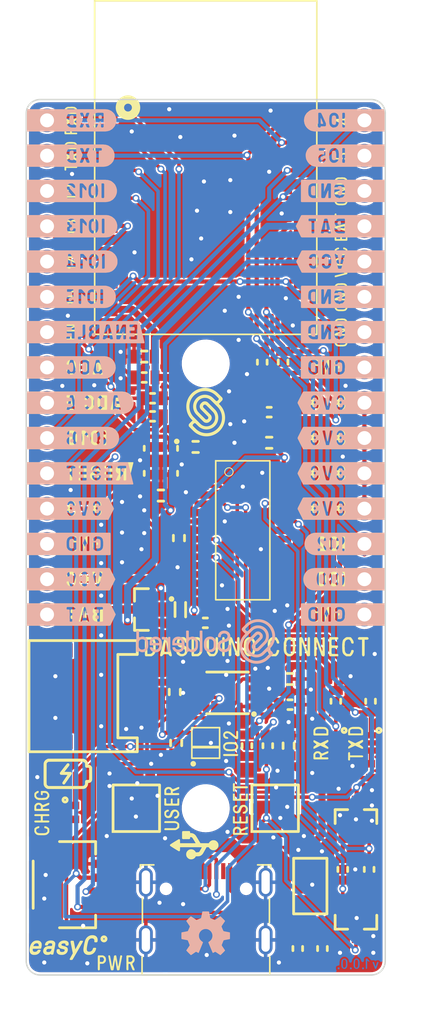
<source format=kicad_pcb>
(kicad_pcb (version 20210126) (generator pcbnew)
  (layers (0 "F.Cu" mixed) (31 "B.Cu" signal) (34 "B.Paste" user) (35 "F.Paste" user) (36 "B.SilkS" user "B.Silkscreen") (37 "F.SilkS" user "F.Silkscreen") (38 "B.Mask" user) (39 "F.Mask" user) (44 "Edge.Cuts" user))
  (net 0 "")
  (net 1 "+3V3")
  (net 2 "GND")
  (net 3 "RESET")
  (net 4 "VUSB")
  (net 5 "VCC")
  (net 6 "VBAT")
  (net 7 "TXD0")
  (net 8 "Net-(D1-Pad1)")
  (net 9 "RXD0")
  (net 10 "Net-(D2-Pad1)")
  (net 11 "Net-(D3-Pad1)")
  (net 12 "IO16")
  (net 14 "Net-(F1-Pad2)")
  (net 15 "D-")
  (net 16 "D+")
  (net 17 "SDA")
  (net 18 "SCL")
  (net 19 "SPI_MISO")
  (net 20 "SPI_MOSI")
  (net 21 "SPI_SCK")
  (net 22 "SPI_CS")
  (net 23 "ADC")
  (net 24 "ADC_E")
  (net 25 "CH_PD")
  (net 26 "Net-(Q2-Pad1)")
  (net 27 "Net-(Q3-Pad1)")
  (net 28 "IO2")
  (net 29 "RTS")
  (net 30 "IO0")
  (net 31 "DTR")
  (net 32 "Net-(C2-Pad1)")
  (net 33 "Net-(D5-Pad2)")
  (net 34 "Net-(K2-PadA5)")
  (net 36 "Net-(K2-PadB5)")
  (net 43 "Net-(R1-Pad1)")
  (net 44 "Net-(R2-Pad1)")
  (net 45 "Net-(R11-Pad1)")
  (net 46 "Net-(R12-Pad1)")
  (net 48 "Net-(D4-Pad3)")
  (footprint "buzzardLabel" (layer "F.Cu") (at 64.1 116.44)
    (fp_text reference "")
    (fp_text value "")
  )
  (footprint "buzzardLabel" (layer "F.Cu") (at 67.7 91.04 90)
    (fp_text reference "")
    (fp_text value "")
  )
  (footprint "buzzardLabel" (layer "F.Cu") (at 64.1 106.28)
    (fp_text reference "")
    (fp_text value "")
  )
  (footprint "buzzardLabel" (layer "F.Cu") (at 90.76 106.28)
    (fp_text reference "")
    (fp_text value "")
  )
  (footprint "e-radionica.com footprinti:0603R" (layer "F.Cu") (at 89.3 130.3 -90)
    (fp_text reference "R2")
    (fp_text value "1k")
  )
  (footprint "buzzardLabel" (layer "F.Cu") (at 79.2 133.3 90)
    (fp_text reference "")
    (fp_text value "")
  )
  (footprint "e-radionica.com footprinti:0402R" (layer "F.Cu") (at 89.3 135.3 -90)
    (fp_text reference "R3")
    (fp_text value "0R")
  )
  (footprint "buzzardLabel" (layer "F.Cu") (at 67.7 96.12 90)
    (fp_text reference "")
    (fp_text value "")
  )
  (footprint "e-radionica.com footprinti:0603R" (layer "F.Cu") (at 73.6 109.8)
    (fp_text reference "R9")
    (fp_text value "10k")
  )
  (footprint "buzzardLabel" (layer "F.Cu") (at 67.7 98.66 90)
    (fp_text reference "")
    (fp_text value "")
  )
  (footprint "e-radionica.com footprinti:1206FUSE" (layer "F.Cu") (at 84.96 143.6 -90)
    (fp_text reference "F1")
    (fp_text value "1206FUSE-500mA")
  )
  (footprint "e-radionica.com footprinti:0603C" (layer "F.Cu") (at 82 111.7)
    (fp_text reference "C1")
    (fp_text value "0.1uF")
  )
  (footprint "Soldered Graphics:Logo-Front-easyC-5mm" (layer "F.Cu") (at 67.2 148)
    (fp_text reference "G***" hide)
    (fp_text value "LOGO" hide)
  )
  (footprint "e-radionica.com footprinti:0603R" (layer "F.Cu") (at 81.9 133.5 90)
    (fp_text reference "R10")
    (fp_text value "10k")
  )
  (footprint "e-radionica.com footprinti:0603C" (layer "F.Cu") (at 76.7 112 180)
    (fp_text reference "C5")
    (fp_text value "2.2uF")
  )
  (footprint "e-radionica.com footprinti:0603R" (layer "F.Cu") (at 86.8 130.3 -90)
    (fp_text reference "R1")
    (fp_text value "1k")
  )
  (footprint "e-radionica.com footprinti:0402LED" (layer "F.Cu") (at 86.8 133.3 90)
    (fp_text reference "D2")
    (fp_text value "orange")
  )
  (footprint "e-radionica.com footprinti:0402R" (layer "F.Cu") (at 86.8 135.3 -90)
    (fp_text reference "R4")
    (fp_text value "0R")
  )
  (footprint "buzzardLabel" (layer "F.Cu") (at 90.76 118.98)
    (fp_text reference "")
    (fp_text value "")
  )
  (footprint "buzzardLabel" (layer "F.Cu") (at 90.76 113.9)
    (fp_text reference "")
    (fp_text value "")
  )
  (footprint "e-radionica.com footprinti:HEADER_MALE_15X1" (layer "F.Cu") (at 88.86 106.28 90)
    (fp_text reference "K5")
    (fp_text value "HEADER_MALE_15X1")
  )
  (footprint "e-radionica.com footprinti:0603R" (layer "F.Cu") (at 73.6 108.5 180)
    (fp_text reference "R15")
    (fp_text value "2.5k")
  )
  (footprint "e-radionica.com footprinti:0603R" (layer "F.Cu") (at 73 107)
    (fp_text reference "R17")
    (fp_text value "0603R")
  )
  (footprint "e-radionica.com footprinti:FIDUCIAL_1MM_PASTE" (layer "F.Cu") (at 74.5 149)
    (fp_text reference "FD1")
    (fp_text value "Fiducial_Stencil")
  )
  (footprint "e-radionica.com footprinti:0603R" (layer "F.Cu") (at 85.836 148.095 -90)
    (fp_text reference "R7")
    (fp_text value "5.1k")
  )
  (footprint "e-radionica.com footprinti:TPS7A2633DRVR" (layer "F.Cu") (at 74.2 113 -90)
    (fp_text reference "U2")
    (fp_text value "TPS7A2633DRVR")
  )
  (footprint "e-radionica.com footprinti:WS2812B-2020" (layer "F.Cu") (at 77.43 133.3 -90)
    (fp_text reference "D4")
    (fp_text value "WS2812B-2020")
  )
  (footprint "buzzardLabel" (layer "F.Cu") (at 87.16 88.5 90)
    (fp_text reference "")
    (fp_text value "")
  )
  (footprint "Soldered Graphics:Logo-Back-SolderedFULL-10mm" (layer "F.Cu") (at 77.43 126)
    (fp_text reference "G***" hide)
    (fp_text value "LOGO" hide)
  )
  (footprint "buzzardLabel" (layer "F.Cu") (at 81.1 126.4)
    (fp_text reference "")
    (fp_text value "")
  )
  (footprint "buzzardLabel" (layer "F.Cu") (at 90.76 121.52)
    (fp_text reference "")
    (fp_text value "")
  )
  (footprint "e-radionica.com footprinti:SOT-23-3" (layer "F.Cu") (at 88.25 146 -90)
    (fp_text reference "Q2")
    (fp_text value "NPN-SOT-23-3")
  )
  (footprint "e-radionica.com footprinti:0402R" (layer "F.Cu") (at 68 138.3 -90)
    (fp_text reference "R12")
    (fp_text value "0R")
  )
  (footprint "buzzardLabel" (layer "F.Cu") (at 90.76 111.36)
    (fp_text reference "")
    (fp_text value "")
  )
  (footprint "e-radionica.com footprinti:0402LED" (layer "F.Cu") (at 71 148 180)
    (fp_text reference "D3")
    (fp_text value "purple")
  )
  (footprint "buzzardLabel" (layer "F.Cu") (at 79.9 138 90)
    (fp_text reference "")
    (fp_text value "")
  )
  (footprint "e-radionica.com footprinti:HEADER_MALE_15X1" (layer "F.Cu") (at 66 106.28 90)
    (fp_text reference "K4")
    (fp_text value "HEADER_MALE_15X1")
  )
  (footprint "e-radionica.com footprinti:0603R" (layer "F.Cu") (at 84.058 148.095 -90)
    (fp_text reference "R8")
    (fp_text value "5.1k")
  )
  (footprint "buzzardLabel" (layer "F.Cu") (at 87.16 101.2 90)
    (fp_text reference "")
    (fp_text value "")
  )
  (footprint "buzzardLabel" (layer "F.Cu") (at 87.16 91.04 90)
    (fp_text reference "")
    (fp_text value "")
  )
  (footprint "e-radionica.com footprinti:SOP-16" (layer "F.Cu") (at 80.1 118)
    (fp_text reference "U1")
    (fp_text value "CH340C")
  )
  (footprint "buzzardLabel" (layer "F.Cu") (at 87.16 96.12 90)
    (fp_text reference "")
    (fp_text value "")
  )
  (footprint "e-radionica.com footprinti:easyC-connector" (layer "F.Cu") (at 67.8 143.5 90)
    (fp_text reference "K1")
    (fp_text value "easyC-SMD")
  )
  (footprint "e-radionica.com footprinti:0402LED" (layer "F.Cu") (at 89.3 133.3 90)
    (fp_text reference "D1")
    (fp_text value "blue")
  )
  (footprint "e-radionica.com footprinti:SOT-23-3" (layer "F.Cu") (at 73 123.7 180)
    (fp_text reference "Q1")
    (fp_text value "PMOS-SOT-23-3")
  )
  (footprint "buzzardLabel" (layer "F.Cu") (at 67.7 101.2 90)
    (fp_text reference "")
    (fp_text value "")
  )
  (footprint "e-radionica.com footprinti:0603C" (layer "F.Cu") (at 74.2 115.5)
    (fp_text reference "C3")
    (fp_text value "2.2uF")
  )
  (footprint "buzzardLabel" (layer "F.Cu") (at 87.16 98.66 90)
    (fp_text reference "")
    (fp_text value "")
  )
  (footprint "buzzardLabel" (layer "F.Cu") (at 67.7 103.74 90)
    (fp_text reference "")
    (fp_text value "")
  )
  (footprint "e-radionica.com footprinti:0603R" (layer "F.Cu") (at 77.4 124.66 180)
    (fp_text reference "R14")
    (fp_text value "100k")
  )
  (footprint "buzzardLabel" (layer "F.Cu") (at 64.1 124.06)
    (fp_text reference "")
    (fp_text value "")
  )
  (footprint "buzzardLabel" (layer "F.Cu") (at 65.6 138.3 90)
    (fp_text reference "")
    (fp_text value "")
  )
  (footprint "e-radionica.com footprinti:0603R" (layer "F.Cu") (at 81.5 105.9 -90)
    (fp_text reference "R18")
    (fp_text value "0603R")
  )
  (footprint "buzzardLabel" (layer "F.Cu") (at 74.96 138 90)
    (fp_text reference "")
    (fp_text value "")
  )
  (footprint "buzzardLabel" (layer "F.Cu") (at 85.7 133.3 90)
    (fp_text reference "")
    (fp_text value "")
  )
  (footprint "e-radionica.com footprinti:0603R" (layer "F.Cu") (at 82 109.5)
    (fp_text reference "R19")
    (fp_text value "0603R")
  )
  (footprint "Soldered Graphics:Logo-Back-OSH-3.5mm" (layer "F.Cu") (at 77.43 147)
    (fp_text reference "G***" hide)
    (fp_text value "LOGO" hide)
  )
  (footprint "buzzardLabel" (layer "F.Cu") (at 67.7 93.58 90)
    (fp_text reference "")
    (fp_text value "")
  )
  (footprint "e-radionica.com footprinti:0402LED" (layer "F.Cu") (at 66.7 138.3 90)
    (fp_text reference "D5")
    (fp_text value "red")
  )
  (footprint "e-radionica.com footprinti:0603C" (layer "F.Cu") (at 75.5 118.56 -90)
    (fp_text reference "C2")
    (fp_text value "0.1uF")
  )
  (footprint "buzzardLabel" (layer "F.Cu") (at 64.1 118.98)
    (fp_text reference "")
    (fp_text value "")
  )
  (footprint "buzzardLabel" (layer "F.Cu") (at 67.7 88.5 90)
    (fp_text reference "")
    (fp_text value "")
  )
  (footprint "e-radionica.com footprinti:0603R" (layer "F.Cu") (at 89.2 142.4 -90)
    (fp_text reference "R20")
    (fp_text value "0603R")
  )
  (footprint "buzzardLabel" (layer "F.Cu") (at 90.76 116.44)
    (fp_text reference "")
    (fp_text value "")
  )
  (footprint "e-radionica.com footprinti:0603R" (layer "F.Cu") (at 87.3 142.4 90)
    (fp_text reference "R21")
    (fp_text value "0603R")
  )
  (footprint "e-radionica.com footprinti:YTSA007A0151803B" (layer "F.Cu") (at 72.43 138 90)
    (fp_text reference "SW1")
    (fp_text value "YTSA007A0151803B")
  )
  (footprint "e-radionica.com footprinti:HOLE_3.2mm" (layer "F.Cu") (at 77.43 138)
    (fp_text reference "H1" hide)
    (fp_text value "HOLE_3.2mm" hide)
  )
  (footprint "e-radionica.com footprinti:0603C" (layer "F.Cu") (at 75.2 129.634 90)
    (fp_text reference "C7")
    (fp_text value "2.2uF")
  )
  (footprint "buzzardLabel" (layer "F.Cu") (at 90.76 124.06)
    (fp_text reference "")
    (fp_text value "")
  )
  (footprint "buzzardLabel" (layer "F.Cu") (at 87.16 93.58 90)
    (fp_text reference "")
    (fp_text value "")
  )
  (footprint "e-radionica.com footprinti:0603C" (layer "F.Cu") (at 83.4 133.5 -90)
    (fp_text reference "C6")
    (fp_text value "270pF")
  )
  (footprint "e-radionica.com footprinti:JST-2pin-SMD" (layer "F.Cu") (at 69.5 129.934 90)
    (fp_text reference "K3")
    (fp_text value "JST-2pin-SMD")
  )
  (footprint "e-radionica.com footprinti:0603R" (layer "F.Cu") (at 83 105.9 -90)
    (fp_text reference "R16")
    (fp_text value "0603R")
  )
  (footprint "Soldered Graphics:Symbol-Front-USB" (layer "F.Cu") (at 76.6 140.66 90)
    (fp_text reference "G***" hide)
    (fp_text value "LOGO" hide)
  )
  (footprint "Soldered Graphics:Logo-Front-Soldered-3.5mm" (layer "F.Cu") (at 77.43 109.5)
    (fp_text reference "G***" hide)
    (fp_text value "LOGO" hide)
  )
  (footprint "e-radionica.com footprinti:0603R" (layer "F.Cu") (at 80.4 133.5 -90)
    (fp_text reference "R5")
    (fp_text value "1k")
  )
  (footprint "buzzardLabel" (layer "F.Cu") (at 71 149.1)
    (fp_text reference "")
    (fp_text value "")
  )
  (footprint "e-radionica.com footprinti:0603C" (layer "F.Cu") (at 83.5 128.7 180)
    (fp_text reference "C8")
    (fp_text value "2.2uF")
  )
  (footprint "Soldered Graphics:Symbol-Front-Battery" (layer "F.Cu") (at 67.5 135.6)
    (fp_text reference "G***" hide)
    (fp_text value "LOGO" hide)
  )
  (footprint "e-radionica.com footprinti:TP4056M-MSOP8" (layer "F.Cu") (at 79 129.7 180)
    (fp_text reference "U3")
    (fp_text value "TP4056M")
  )
  (footprint "e-radionica.com footprinti:0603R" (layer "F.Cu") (at 83.5 130.55)
    (fp_text reference "R11")
    (fp_text value "3k")
  )
  (footprint "e-radionica.com footprinti:YTSA007A0151803B" (layer "F.Cu") (at 82.43 138 90)
    (fp_text reference "SW2")
    (fp_text value "YTSA007A0151803B")
  )
  (footprint "e-radionica.com footprinti:0603C" (layer "F.Cu") (at 75.3 133.3 -90)
    (fp_text reference "C4")
    (fp_text value "1uF")
  )
  (footprint "e-radionica.com footprinti:0402R" (layer "F.Cu") (at 71 146.7)
    (fp_text reference "R6")
    (fp_text value "0R")
  )
  (footprint "e-radionica.com footprinti:SOD-323" (layer "F.Cu") (at 75.6 123.7 90)
    (fp_text reference "D7")
    (fp_text value "BAT20J")
  )
  (footprint "e-radionica.com footprinti:0603C" (layer "F.Cu") (at 73 105.5)
    (fp_text reference "C9")
    (fp_text value "100nF")
  )
  (footprint "buzzardLabel" (layer "F.Cu") (at 64.1 108.82)
    (fp_text reference "")
    (fp_text value "")
  )
  (footprint "buzzardLabel" (layer "F.Cu") (at 87.16 103.74 90)
    (fp_text reference "")
    (fp_text value "")
  )
  (footprint "e-radionica.com footprinti:ESP 8266(ESP12-F)" (layer "F.Cu") (at 77.43 88.1)
    (fp_text reference "U4")
    (fp_text value "ESP8266(ESP12-F)")
  )
  (footprint "buzzardLabel" (layer "F.Cu") (at 88.2 133.3 90)
    (fp_text reference "")
    (fp_text value "")
  )
  (footprint "buzzardLabel" (layer "F.Cu") (at 64.1 111.36)
    (fp_text reference "")
    (fp_text value "")
  )
  (footprint "e-radionica.com footprinti:SOT-23-3" (layer "F.Cu") (at 88.25 138.8 90)
    (fp_text reference "Q3")
    (fp_text value "NPN-SOT-23-3")
  )
  (footprint "buzzardLabel" (layer "F.Cu") (at 64.1 121.52)
    (fp_text reference "")
    (fp_text value "")
  )
  (footprint "e-radionica.com footprinti:HOLE_3.2mm" (layer "F.Cu") (at 77.43 106)
    (fp_text reference "H2" hide)
    (fp_text value "HOLE_3.2mm" hide)
  )
  (footprint "buzzardLabel" (layer "F.Cu") (at 64.1 113.9)
    (fp_text reference "")
    (fp_text value "")
  )
  (footprint "e-radionica.com footprinti:U262-161N-4BVC11" (layer "F.Cu") (at 77.43 145)
    (fp_text reference "K2")
    (fp_text value "U262-161N-4BVC11")
  )
  (footprint "buzzardLabel" (layer "F.Cu") (at 90.76 108.82)
    (fp_text reference "")
    (fp_text value "")
  )
  (footprint "buzzardLabel" (layer "B.Cu") (at 64.1 121.52 180)
    (fp_text reference "")
    (fp_text value "")
  )
  (footprint "buzzardLabel" (layer "B.Cu") (at 90.76 98.66 180)
    (fp_text reference "")
    (fp_text value "")
  )
  (footprint "buzzardLabel" (layer "B.Cu") (at 64.1 98.66 180)
    (fp_text reference "")
    (fp_text value "")
  )
  (footprint "Soldered Graphics:Version1.0.0." (layer "B.Cu") (at 88.36 149.2 180)
    (fp_text reference "")
    (fp_text value "")
  )
  (footprint "buzzardLabel" (layer "B.Cu") (at 64.1 88.5 180)
    (fp_text reference "")
    (fp_text value "")
  )
  (footprint "buzzardLabel" (layer "B.Cu") (at 90.76 113.9 180)
    (fp_text reference "")
    (fp_text value "")
  )
  (footprint "buzzardLabel" (layer "B.Cu") (at 90.76 88.5 180)
    (fp_text reference "")
    (fp_text value "")
  )
  (footprint "buzzardLabel" (layer "B.Cu") (at 64.1 113.9 180)
    (fp_text reference "")
    (fp_text value "")
  )
  (footprint "buzzardLabel" (layer "B.Cu") (at 90.76 121.52 180)
    (fp_text reference "")
    (fp_text value "")
  )
  (footprint "buzzardLabel" (layer "B.Cu") (at 64.1 111.36 180)
    (fp_text reference "")
    (fp_text value "")
  )
  (footprint "buzzardLabel" (layer "B.Cu") (at 90.76 116.44 180)
    (fp_text reference "")
    (fp_text value "")
  )
  (footprint "buzzardLabel" (layer "B.Cu") (at 64.1 101.2 180)
    (fp_text reference "")
    (fp_text value "")
  )
  (footprint "buzzardLabel" (layer "B.Cu") (at 64.1 96.12 180)
    (fp_text reference "")
    (fp_text value "")
  )
  (footprint "buzzardLabel" (layer "B.Cu") (at 90.76 96.12 180)
    (fp_text reference "")
    (fp_text value "")
  )
  (footprint "buzzardLabel" (layer "B.Cu") (at 64.1 91.04 180)
    (fp_text reference "")
    (fp_text value "")
  )
  (footprint "buzzardLabel" (layer "B.Cu") (at 90.76 101.2 180)
    (fp_text reference "")
    (fp_text value "")
  )
  (footprint "buzzardLabel" (layer "B.Cu") (at 64.1 124.06 180)
    (fp_text reference "")
    (fp_text value "")
  )
  (footprint "buzzardLabel" (layer "B.Cu") (at 90.76 93.58 180)
    (fp_text reference "")
    (fp_text value "")
  )
  (footprint "buzzardLabel" (layer "B.Cu") (at 64.1 103.74 180)
    (fp_text reference "")
    (fp_text value "")
  )
  (footprint "buzzardLabel" (layer "B.Cu") (at 90.76 118.98 180)
    (fp_text reference "")
    (fp_text value "")
  )
  (footprint "buzzardLabel" (layer "B.Cu") (at 64.1 118.98 180)
    (fp_text reference "")
    (fp_text value "")
  )
  (footprint "buzzardLabel" (layer "B.Cu") (at 64.1 108.82 180)
    (fp_text reference "")
    (fp_text value "")
  )
  (footprint "buzzardLabel" (layer "B.Cu") (at 90.76 108.82 180)
    (fp_text reference "")
    (fp_text value "")
  )
  (footprint "buzzardLabel" (layer "B.Cu") (at 90.76 103.74 180)
    (fp_text reference "")
    (fp_text value "")
  )
  (footprint "buzzardLabel" (layer "B.Cu") (at 90.76 111.36 180)
    (fp_text reference "")
    (fp_text value "")
  )
  (footprint "buzzardLabel" (layer "B.Cu") (at 90.76 91.04 180)
    (fp_text reference "")
    (fp_text value "")
  )
  (footprint "buzzardLabel" (layer "B.Cu") (at 64.1 93.58 180)
    (fp_text reference "")
    (fp_text value "")
  )
  (footprint "buzzardLabel" (layer "B.Cu") (at 64.1 106.28 180)
    (fp_text reference "")
    (fp_text value "")
  )
  (footprint "buzzardLabel" (layer "B.Cu") (at 90.76 124.06 180)
    (fp_text reference "")
    (fp_text value "")
  )
  (footprint "buzzardLabel" (layer "B.Cu") (at 90.76 106.28 180)
    (fp_text reference "")
    (fp_text value "")
  )
  (footprint "buzzardLabel" (layer "B.Cu") (at 64.1 116.44 180)
    (fp_text reference "")
    (fp_text value "")
  )
  (gr_arc (start 89.36 88) (end 89.36 87) (angle 90) (layer "Edge.Cuts") (width 0.1))
  (gr_arc (start 89.36 149) (end 89.36 150) (angle -90) (layer "Edge.Cuts") (width 0.1))
  (gr_line (start 64.5 88) (end 64.5 149) (layer "Edge.Cuts") (width 0.1))
  (gr_line (start 90.36 149) (end 90.36 88) (layer "Edge.Cuts") (width 0.1))
  (gr_line (start 89.36 87) (end 65.5 87) (layer "Edge.Cuts") (width 0.1))
  (gr_line (start 65.5 150) (end 89.36 150) (layer "Edge.Cuts") (width 0.1))
  (gr_arc (start 65.5 149) (end 65.5 150) (angle 90) (layer "Edge.Cuts") (width 0.1))
  (gr_arc (start 65.5 88) (end 64.5 88) (angle 90) (layer "Edge.Cuts") (width 0.1))
  (gr_text "" (at 90.76 106.28 180) (layer "B.SilkS") (effects (font (size 1.27 1.27)) (justify mirror)))
  (gr_text "" (at 90.76 103.74 180) (layer "B.SilkS") (effects (font (size 1.27 1.27)) (justify mirror)))
  (gr_text "" (at 90.76 101.2 180) (layer "B.SilkS") (effects (font (size 1.27 1.27)) (justify mirror)))
  (gr_text "" (at 90.76 106.28 180) (layer "B.SilkS") (effects (font (size 1.27 1.27)) (justify mirror)))
  (gr_text "" (at 90.76 103.74 180) (layer "B.SilkS") (effects (font (size 1.27 1.27)) (justify mirror)))
  (gr_text "" (at 90.76 101.2 180) (layer "B.SilkS") (effects (font (size 1.27 1.27)) (justify mirror)))
  (segment (start 76.6 110.06) (end 75.9 110.76) (width 0.3) (layer "F.Cu") (net 1))
  (segment (start 81.5 106.675) (end 81.5 106.76) (width 0.3) (layer "F.Cu") (net 1))
  (segment (start 73.775 105.545) (end 73.73 105.5) (width 0.5) (layer "F.Cu") (net 1))
  (segment (start 69.95 143) (end 68.4 143) (width 0.3) (layer "F.Cu") (net 1))
  (segment (start 66 116.44) (end 69.82 116.44) (width 0.3) (layer "F.Cu") (net 1))
  (segment (start 74.85 112.005) (end 75.965 112.005) (width 0.5) (layer "F.Cu") (net 1))
  (segment (start 73.775 107) (end 74.74 107) (width 0.5) (layer "F.Cu") (net 1))
  (segment (start 75.965 112.005) (end 75.97 112) (width 0.3) (layer "F.Cu") (net 1))
  (segment (start 78.2 110.06) (end 76.6 110.06) (width 0.3) (layer "F.Cu") (net 1))
  (segment (start 74.855 112) (end 74.85 112.005) (width 0.5) (layer "F.Cu") (net 1))
  (segment (start 81.9 132.725) (end 81.9 132.2) (width 0.254) (layer "F.Cu") (net 1))
  (segment (start 88.86 113.9) (end 88.86 116.44) (width 0.3) (layer "F.Cu") (net 1))
  (segment (start 72.14 102.1) (end 69.83 102.1) (width 0.5) (layer "F.Cu") (net 1))
  (segment (start 83 106.675) (end 84.6 106.675) (width 0.3) (layer "F.Cu") (net 1))
  (segment (start 72.1 112.36) (end 73.2 111.26) (width 0.3) (layer "F.Cu") (net 1))
  (segment (start 68.4 143) (end 68.1 142.7) (width 0.3) (layer "F.Cu") (net 1))
  (segment (start 72.1 114.16) (end 72.1 112.36) (width 0.3) (layer "F.Cu") (net 1))
  (segment (start 81.5 106.76) (end 78.2 110.06) (width 0.3) (layer "F.Cu") (net 1))
  (segment (start 73.775 107) (end 73.775 105.545) (width 0.5) (layer "F.Cu") (net 1))
  (segment (start 73.2 111.26) (end 74.6 111.26) (width 0.3) (layer "F.Cu") (net 1))
  (segment (start 75.9 111.93) (end 75.97 112) (width 0.5) (layer "F.Cu") (net 1))
  (segment (start 69.82 116.44) (end 72.1 114.16) (width 0.3) (layer "F.Cu") (net 1))
  (segment (start 88.86 108.82) (end 86.745 108.82) (width 0.3) (layer "F.Cu") (net 1))
  (segment (start 74.6 111.26) (end 74.85 111.51) (width 0.3) (layer "F.Cu") (net 1))
  (segment (start 84.6 106.675) (end 86.745 108.82) (width 0.3) (layer "F.Cu") (net 1))
  (segment (start 74.85 111.51) (end 74.85 112.005) (width 0.3) (layer "F.Cu") (net 1))
  (segment (start 75.9 110.76) (end 75.9 111.93) (width 0.5) (layer "F.Cu") (net 1))
  (segment (start 81.9 132.2) (end 82.3 131.8) (width 0.254) (layer "F.Cu") (net 1))
  (segment (start 74.74 107) (end 75.9 108.16) (width 0.5) (layer "F.Cu") (net 1))
  (segment (start 73.73 105.5) (end 73.73 103.69) (width 0.5) (layer "F.Cu") (net 1))
  (segment (start 81.5 106.675) (end 83 106.675) (width 0.3) (layer "F.Cu") (net 1))
  (segment (start 88.86 108.82) (end 88.86 111.36) (width 0.3) (layer "F.Cu") (net 1))
  (segment (start 73.73 103.69) (end 72.14 102.1) (width 0.5) (layer "F.Cu") (net 1))
  (segment (start 88.86 111.36) (end 88.86 113.9) (width 0.3) (layer "F.Cu") (net 1))
  (segment (start 75.9 108.16) (end 75.9 110.76) (width 0.5) (layer "F.Cu") (net 1))
  (via (at 82.3 131.8) (size 0.5) (drill 0.3) (layers "F.Cu" "B.Cu") (net 1))
  (via (at 68.1 142.7) (size 0.5) (drill 0.3) (layers "F.Cu" "B.Cu") (net 1))
  (segment (start 67.3 145.8) (end 67.3 143.5) (width 0.254) (layer "B.Cu") (net 1))
  (segment (start 81 140.3) (end 79 142.3) (width 0.254) (layer "B.Cu") (net 1))
  (segment (start 67.3 143.5) (end 68.1 142.7) (width 0.254) (layer "B.Cu") (net 1))
  (segment (start 67.44 116.44) (end 68.1 117.1) (width 0.3) (layer "B.Cu") (net 1))
  (segment (start 79 144.7) (end 77.9 145.8) (width 0.254) (layer "B.Cu") (net 1))
  (segment (start 82.3 131.8) (end 81 133.1) (width 0.254) (layer "B.Cu") (net 1))
  (segment (start 81 133.1) (end 81 140.3) (width 0.254) (layer "B.Cu") (net 1))
  (segment (start 79 142.3) (end 79 144.7) (width 0.254) (layer "B.Cu") (net 1))
  (segment (start 77.9 145.8) (end 67.3 145.8) (width 0.254) (layer "B.Cu") (net 1))
  (segment (start 66 116.44) (end 67.44 116.44) (width 0.3) (layer "B.Cu") (net 1))
  (segment (start 68.1 117.1) (end 68.1 142.7) (width 0.3) (layer "B.Cu") (net 1))
  (via (at 79.2 92.8) (size 0.5) (drill 0.3) (layers "F.Cu" "B.Cu") (net 2))
  (via (at 84.1 141) (size 0.5) (drill 0.3) (layers "F.Cu" "B.Cu") (net 2))
  (via (at 78.8 102.2) (size 0.5) (drill 0.3) (layers "F.Cu" "B.Cu") (net 2))
  (via (at 69.9 122.7) (size 0.5) (drill 0.3) (layers "F.Cu" "B.Cu") (net 2))
  (via (at 81 127.96) (size 0.5) (drill 0.3) (layers "F.Cu" "B.Cu") (net 2))
  (via (at 73 118.2) (size 0.5) (drill 0.3) (layers "F.Cu" "B.Cu") (net 2))
  (via (at 79.8 101.2) (size 0.5) (drill 0.3) (layers "F.Cu" "B.Cu") (net 2))
  (via (at 82.1 87.8) (size 0.5) (drill 0.3) (layers "F.Cu" "B.Cu") (net 2))
  (via (at 79 123.66) (size 0.5) (drill 0.3) (layers "F.Cu" "B.Cu") (net 2))
  (via (at 83.7 103.26) (size 0.5) (drill 0.3) (layers "F.Cu" "B.Cu") (net 2))
  (via (at 81.4 119.36) (size 0.5) (drill 0.3) (layers "F.Cu" "B.Cu") (net 2))
  (via (at 73 116.56) (size 0.5) (drill 0.3) (layers "F.Cu" "B.Cu") (net 2))
  (via (at 75.6 89.7) (size 0.5) (drill 0.3) (layers "F.Cu" "B.Cu") (net 2))
  (via (at 89.5 148.4) (size 0.5) (drill 0.3) (layers "F.Cu" "B.Cu") (net 2))
  (via (at 85.1 143.5) (size 0.5) (drill 0.3) (layers "F.Cu" "B.Cu") (net 2))
  (via (at 75.7 113.26) (size 0.5) (drill 0.3) (layers "F.Cu" "B.Cu") (net 2))
  (via (at 69.9 120.36) (size 0.5) (drill 0.3) (layers "F.Cu" "B.Cu") (net 2))
  (via (at 88.25 138.8) (size 0.5) (drill 0.3) (layers "F.Cu" "B.Cu") (net 2))
  (via (at 82.7 149.1) (size 0.5) (drill 0.3) (layers "F.Cu" "B.Cu") (net 2))
  (via (at 66.6 128.5) (size 0.5) (drill 0.3) (layers "F.Cu" "B.Cu") (net 2))
  (via (at 85.8 141.1) (size 0.5) (drill 0.3) (layers "F.Cu" "B.Cu") (net 2))
  (via (at 75.8 144.9) (size 0.5) (drill 0.3) (layers "F.Cu" "B.Cu") (net 2))
  (via (at 71.7 132.3) (size 0.5) (drill 0.3) (layers "F.Cu" "B.Cu") (net 2))
  (via (at 84.5 140) (size 0.5) (drill 0.3) (layers "F.Cu" "B.Cu") (net 2))
  (via (at 69.9 128.4) (size 0.5) (drill 0.3) (layers "F.Cu" "B.Cu") (net 2))
  (via (at 88.2 142.4) (size 0.5) (drill 0.3) (layers "F.Cu" "B.Cu") (net 2))
  (via (at 70.5 136.4) (size 0.5) (drill 0.3) (layers "F.Cu" "B.Cu") (net 2))
  (via (at 85.1 131.56) (size 0.5) (drill 0.3) (layers "F.Cu" "B.Cu") (net 2))
  (via (at 89.6 126.9) (size 0.5) (drill 0.3) (layers "F.Cu" "B.Cu") (net 2))
  (via (at 67.5 102.56) (size 0.5) (drill 0.3) (layers "F.Cu" "B.Cu") (net 2))
  (via (at 67.8 92.36) (size 0.5) (drill 0.3) (layers "F.Cu" "B.Cu") (net 2))
  (via (at 70.3 140) (size 0.5) (drill 0.3) (layers "F.Cu" "B.Cu") (net 2))
  (via (at 87.1 138.5) (size 0.5) (drill 0.3) (layers "F.Cu" "B.Cu") (net 2))
  (via (at 71.4 115.96) (size 0.5) (drill 0.3) (layers "F.Cu" "B.Cu") (net 2))
  (via (at 87 136.6) (size 0.5) (drill 0.3) (layers "F.Cu" "B.Cu") (net 2))
  (via (at 76.4 98.5) (size 0.5) (drill 0.3) (layers "F.Cu" "B.Cu") (net 2))
  (via (at 65.3 135.76) (size 0.5) (drill 0.3) (layers "F.Cu" "B.Cu") (net 2))
  (via (at 68.9 149.16) (size 0.5) (drill 0.3) (layers "F.Cu" "B.Cu") (net 2))
  (via (at 82 129.4) (size 0.5) (drill 0.3) (layers "F.Cu" "B.Cu") (net 2))
  (via (at 71.3 105.16) (size 0.5) (drill 0.3) (layers "F.Cu" "B.Cu") (net 2))
  (via (at 72.7 112.96) (size 0.5) (drill 0.3) (layers "F.Cu" "B.Cu") (net 2))
  (via (at 72.8 119.36) (size 0.5) (drill 0.3) (layers "F.Cu" "B.Cu") (net 2))
  (via (at 75.4 120.66) (size 0.5) (drill 0.3) (layers "F.Cu" "B.Cu") (net 2))
  (via (at 87.1 148.4) (size 0.5) (drill 0.3) (layers "F.Cu" "B.Cu") (net 2))
  (via (at 75.8 129.7) (size 0.5) (drill 0.3) (layers "F.Cu" "B.Cu") (net 2))
  (via (at 82.5 136.5) (size 0.5) (drill 0.3) (layers "F.Cu" "B.Cu") (net 2))
  (via (at 82.9 95.2) (size 0.5) (drill 0.3) (layers "F.Cu" "B.Cu") (net 2))
  (via (at 74.8 87.7) (size 0.5) (drill 0.3) (layers "F.Cu" "B.Cu") (net 2))
  (via (at 79.2 95.1) (size 0.5) (drill 0.3) (layers "F.Cu" "B.Cu") (net 2))
  (via (at 87.5 107.6) (size 0.5) (drill 0.3) (layers "F.Cu" "B.Cu") (net 2))
  (via (at 82.6 135.3) (size 0.5) (drill 0.3) (layers "F.Cu" "B.Cu") (net 2))
  (via (at 79.5 89.6) (size 0.5) (drill 0.3) (layers "F.Cu" "B.Cu") (net 2))
  (via (at 83.3 137.9) (size 0.5) (drill 0.3) (layers "F.Cu" "B.Cu") (net 2))
  (via (at 67.7 115.1) (size 0.5) (drill 0.3) (layers "F.Cu" "B.Cu") (net 2))
  (via (at 83.2 101.3) (size 0.5) (drill 0.3) (layers "F.Cu" "B.Cu") (net 2))
  (via (at 80.1 114.86) (size 0.5) (drill 0.3) (layers "F.Cu" "B.Cu") (net 2))
  (via (at 80.4 106.76) (size 0.5) (drill 0.3) (layers "F.Cu" "B.Cu") (net 2))
  (via (at 72.4 138.6) (size 0.5) (drill 0.3) (layers "F.Cu" "B.Cu") (net 2))
  (via (at 79.1 131.9) (size 0.5) (drill 0.3) (layers "F.Cu" "B.Cu") (net 2))
  (via (at 85.1 135.46) (size 0.5) (drill 0.3) (layers "F.Cu" "B.Cu") (net 2))
  (via (at 74.2 134.16) (size 0.5) (drill 0.3) (layers "F.Cu" "B.Cu") (net 2))
  (via (at 78.9 134.6) (size 0.5) (drill 0.3) (layers "F.Cu" "B.Cu") (net 2))
  (via (at 77.8 133.3) (size 0.5) (drill 0.3) (layers "F.Cu" "B.Cu") (net 2))
  (via (at 72.5 136.2) (size 0.5) (drill 0.3) (layers "F.Cu" "B.Cu") (net 2))
  (via (at 77.5 148.56) (size 0.5) (drill 0.3) (layers "F.Cu" "B.Cu") (net 2))
  (via (at 71.3 107.06) (size 0.5) (drill 0.3) (layers "F.Cu" "B.Cu") (net 2))
  (via (at 89.4 138.9) (size 0.5) (drill 0.3) (layers "F.Cu" "B.Cu") (net 2))
  (via (at 72.1 89.3) (size 0.5) (drill 0.3) (layers "F.Cu" "B.Cu") (net 2))
  (via (at 82.8 138.7) (size 0.5) (drill 0.3) (layers "F.Cu" "B.Cu") (net 2))
  (via (at 85 129.46) (size 0.5) (drill 0.3) (layers "F.Cu" "B.Cu") (net 2))
  (via (at 82.3 140.1) (size 0.5) (drill 0.3) (layers "F.Cu" "B.Cu") (net 2))
  (via (at 72.7 115.56) (size 0.5) (drill 0.3) (layers "F.Cu" "B.Cu") (net 2))
  (via (at 69.4 107.56) (size 0.5) (drill 0.3) (layers "F.Cu" "B.Cu") (net 2))
  (via (at 81.9 127.9) (size 0.5) (drill 0.3) (layers "F.Cu" "B.Cu") (net 2))
  (via (at 83.4 131.8) (size 0.5) (drill 0.3) (layers "F.Cu" "B.Cu") (net 2))
  (via (at 79.5 111.7) (size 0.5) (drill 0.3) (layers "F.Cu" "B.Cu") (net 2))
  (via (at 88 134.96) (size 0.5) (drill 0.3) (layers "F.Cu" "B.Cu") (net 2))
  (via (at 72.3 98) (size 0.5) (drill 0.3) (layers "F.Cu" "B.Cu") (net 2))
  (via (at 65.8 149.1) (size 0.5) (drill 0.3) (layers "F.Cu" "B.Cu") (net 2))
  (via (at 79.2 110.36) (size 0.5) (drill 0.3) (layers "F.Cu" "B.Cu") (net 2))
  (via (at 82.4 123.8) (size 0.5) (drill 0.3) (layers "F.Cu" "B.Cu") (net 2))
  (via (at 69.9 125.56) (size 0.5) (drill 0.3) (layers "F.Cu" "B.Cu") (net 2))
  (via (at 70.5 135.5) (size 0.5) (drill 0.3) (layers "F.Cu" "B.Cu") (net 2))
  (via (at 88.3 145.9) (size 0.5) (drill 0.3) (layers "F.Cu" "B.Cu") (net 2))
  (via (at 80.2 110.16) (size 0.5) (drill 0.3) (layers "F.Cu" "B.Cu") (net 2))
  (via (at 81.5 113.86) (size 0.5) (drill 0.3) (layers "F.Cu" "B.Cu") (net 2))
  (via (at 74.1 144.8) (size 0.5) (drill 0.3) (layers "F.Cu" "B.Cu") (net 2))
  (via (at 65.8 144.5) (size 0.5) (drill 0.3) (layers "F.Cu" "B.Cu") (net 2))
  (via (at 82 92.2) (size 0.5) (drill 0.3) (layers "F.Cu" "B.Cu") (net 2))
  (via (at 71.4 120.3) (size 0.5) (drill 0.3) (layers "F.Cu" "B.Cu") (net 2))
  (via (at 78.8 117.36) (size 0.5) (drill 0.3) (layers "F.Cu" "B.Cu") (net 2))
  (via (at 79 127.4) (size 0.5) (drill 0.3) (layers "F.Cu" "B.Cu") (net 2))
  (via (at 72.1 137.3) (size 0.5) (drill 0.3) (layers "F.Cu" "B.Cu") (net 2))
  (via (at 78.6 121.96) (size 0.5) (drill 0.3) (layers "F.Cu" "B.Cu") (net 2))
  (via (at 69.9 117.6) (size 0.5) (drill 0.3) (layers "F.Cu" "B.Cu") (net 2))
  (via (at 87.86 128.5) (size 0.5) (drill 0.3) (layers "F.Cu" "B.Cu") (net 2))
  (via (at 87.3 112.7) (size 0.5) (drill 0.3) (layers "F.Cu" "B.Cu") (net 2))
  (via (at 83.3 123.4) (size 0.5) (drill 0.3) (layers "F.Cu" "B.Cu") (net 2))
  (via (at 79.11 108) (size 0.5) (drill 0.3) (layers "F.Cu" "B.Cu") (net 2))
  (via (at 89.4 137.8) (size 0.5) (drill 0.3) (layers "F.Cu" "B.Cu") (net 2))
  (via (at 67.1 107.61) (size 0.5) (drill 0.3) (layers "F.Cu" "B.Cu") (net 2))
  (via (at 76.8 95) (size 0.5) (drill 0.3) (layers "F.Cu" "B.Cu") (net 2))
  (via (at 78.9 128.4) (size 0.5) (drill 0.3) (layers "F.Cu" "B.Cu") (net 2))
  (via (at 89.4 136.7) (size 0.5) (drill 0.3) (layers "F.Cu" "B.Cu") (net 2))
  (via (at 75.8 127.46) (size 0.5) (drill 0.3) (layers "F.Cu" "B.Cu") (net 2))
  (via (at 72.8 132.2) (size 0.5) (drill 0.3) (layers "F.Cu" "B.Cu") (net 2))
  (via (at 73.5 134.8) (size 0.5) (drill 0.3) (layers "F.Cu" "B.Cu") (net 2))
  (via (at 71.4 118.16) (size 0.5) (drill 0.3) (layers "F.Cu" "B.Cu") (net 2))
  (via (at 79.1 124.86) (size 0.5) (drill 0.3) (layers "F.Cu" "B.Cu") (net 2))
  (via (at 65.9 142.8) (size 0.5) (drill 0.3) (layers "F.Cu" "B.Cu") (net 2))
  (via (at 77.3 92.9) (size 0.5) (drill 0.3) (layers "F.Cu" "B.Cu") (net 2))
  (via (at 66.6 131.5) (size 0.5) (drill 0.3) (layers "F.Cu" "B.Cu") (net 2))
  (via (at 76 115.26) (size 0.5) (drill 0.3) (layers "F.Cu" "B.Cu") (net 2))
  (via (at 69.9 132.1) (size 0.5) (drill 0.3) (layers "F.Cu" "B.Cu") (net 2))
  (via (at 77.1 97) (size 0.5) (drill 0.3) (layers "F.Cu" "B.Cu") (net 2))
  (via (at 79.8 104.3) (size 0.5) (drill 0.3) (layers "F.Cu" "B.Cu") (net 2))
  (via (at 74.5 140.16) (size 0.5) (drill 0.3) (layers "F.Cu" "B.Cu") (net 2))
  (via (at 89.5 147.2) (size 0.5) (drill 0.3) (layers "F.Cu" "B.Cu") (net 2))
  (via (at 68.6 146.46) (size 0.5) (drill 0.3) (layers "F.Cu" "B.Cu") (net 2))
  (via (at 79 139.7) (size 0.5) (drill 0.3) (layers "F.Cu" "B.Cu") (net 2))
  (via (at 73.96 137.1) (size 0.5) (drill 0.3) (layers "F.Cu" "B.Cu") (net 2))
  (segment (start 75.5 91.5) (end 72.1 88.1) (width 0.254) (layer "F.Cu") (net 3))
  (segment (start 75.5 92) (end 75.5 91.5) (width 0.254) (layer "F.Cu") (net 3))
  (segment (start 79.75 136.05) (end 79.1 135.4) (width 0.254) (layer "F.Cu") (net 3))
  (segment (start 81.43 136.05) (end 79.75 136.05) (width 0.254) (layer "F.Cu") (net 3))
  (segment (start 81.8 134.375) (end 81.9 134.275) (width 0.254) (layer "F.Cu") (net 3))
  (segment (start 72.1 88.1) (end 69.83 88.1) (width 0.254) (layer "F.Cu") (net 3))
  (segment (start 83.355 134.275) (end 83.4 134.23) (width 0.254) (layer "F.Cu") (net 3))
  (segment (start 81.8 135.68) (end 81.43 136.05) (width 0.254) (layer "F.Cu") (net 3))
  (segment (start 88.25 148.15) (end 88.2 148.2) (width 0.254) (layer "F.Cu") (net 3))
  (segment (start 81.43 139.07) (end 81.8 138.7) (width 0.254) (layer "F.Cu") (net 3))
  (segment (start 81.8 135.2) (end 81.8 134.375) (width 0.254) (layer "F.Cu") (net 3))
  (segment (start 81.9 134.275) (end 83.355 134.275) (width 0.254) (layer "F.Cu") (net 3))
  (segment (start 81.8 135.2) (end 81.8 135.68) (width 0.254) (layer "F.Cu") (net 3))
  (segment (start 81.43 139.95) (end 81.43 139.07) (width 0.254) (layer "F.Cu") (net 3))
  (segment (start 69.71 113.9) (end 70.9 112.71) (width 0.254) (layer "F.Cu") (net 3))
  (segment (start 66 113.9) (end 69.71 113.9) (width 0.254) (layer "F.Cu") (net 3))
  (segment (start 88.25 147.2) (end 88.25 148.15) (width 0.254) (layer "F.Cu") (net 3))
  (via (at 81.8 138.7) (size 0.5) (drill 0.3) (layers "F.Cu" "B.Cu") (net 3))
  (via (at 75.5 92) (size 0.5) (drill 0.3) (layers "F.Cu" "B.Cu") (net 3))
  (via (at 70.9 112.71) (size 0.5) (drill 0.3) (layers "F.Cu" "B.Cu") (net 3))
  (via (at 79.1 135.4) (size 0.5) (drill 0.3) (layers "F.Cu" "B.Cu") (net 3))
  (via (at 88.2 148.2) (size 0.5) (drill 0.3) (layers "F.Cu" "B.Cu") (net 3))
  (via (at 81.8 135.2) (size 0.5) (drill 0.3) (layers "F.Cu" "B.Cu") (net 3))
  (segment (start 71.9 103.4) (end 75.5 99.8) (width 0.254) (layer "B.Cu") (net 3))
  (segment (start 81.8 138.7) (end 81.8 135.2) (width 0.254) (layer "B.Cu") (net 3))
  (segment (start 66 113.9) (end 66.9 113.9) (width 0.254) (layer "B.Cu") (net 3))
  (segment (start 71.9 108.9) (end 71.9 103.4) (width 0.254) (layer "B.Cu") (net 3))
  (segment (start 88.2 148.2) (end 83.2 143.2) (width 0.254) (layer "B.Cu") (net 3))
  (segment (start 75.5 99.8) (end 75.5 92) (width 0.254) (layer "B.Cu") (net 3))
  (segment (start 70.9 112.71) (end 70.5 113.11) (width 0.254) (layer "B.Cu") (net 3))
  (segment (start 70.5 133.5) (end 72.4 135.4) (width 0.254) (layer "B.Cu") (net 3))
  (segment (start 70.5 113.11) (end 70.5 133.5) (width 0.254) (layer "B.Cu") (net 3))
  (segment (start 83.2 140.1) (end 81.8 138.7) (width 0.254) (layer "B.Cu") (net 3))
  (segment (start 66.9 113.9) (end 71.9 108.9) (width 0.254) (layer "B.Cu") (net 3))
  (segment (start 72.4 135.4) (end 79.1 135.4) (width 0.254) (layer "B.Cu") (net 3))
  (segment (start 83.2 143.2) (end 83.2 140.1) (width 0.254) (layer "B.Cu") (net 3))
  (segment (start 72.6 134.8) (end 70.1 134.8) (width 0.254) (layer "F.Cu") (net 4))
  (segment (start 89.3 135.8) (end 86.8 135.8) (width 0.254) (layer "F.Cu") (net 4))
  (segment (start 83.1 112.76) (end 83.05 112.81) (width 0.3) (layer "F.Cu") (net 4))
  (segment (start 69.8 135.1) (end 69.8 138.26) (width 0.254) (layer "F.Cu") (net 4))
  (segment (start 83.3 127.1) (end 82.77 127.63) (width 0.5) (layer "F.Cu") (net 4))
  (segment (start 77.9 131.5) (end 74.6 131.5) (width 0.254) (layer "F.Cu") (net 4))
  (segment (start 70.5 146.7) (end 70.26 146.7) (width 0.254) (layer "F.Cu") (net 4))
  (segment (start 75.74 124.66) (end 75.6 124.8) (width 0.5) (layer "F.Cu") (net 4))
  (segment (start 84.8 127.1) (end 85.8 128.1) (width 0.5) (layer "F.Cu") (net 4))
  (segment (start 83.05 112.81) (end 83.05 113.555) (width 0.3) (layer "F.Cu") (net 4))
  (segment (start 84.96 140.74) (end 84.96 142.2) (width 0.5) (layer "F.Cu") (net 4))
  (segment (start 76.565 124.6) (end 76.625 124.66) (width 0.5) (layer "F.Cu") (net 4))
  (segment (start 86.36 135.8) (end 85.8 136.36) (width 0.254) (layer "F.Cu") (net 4))
  (segment (start 69.8 138.26) (end 67.4 140.66) (width 0.254) (layer "F.Cu") (net 4))
  (segment (start 77.025 130.675) (end 77.375 130.675) (width 0.3) (layer "F.Cu") (net 4))
  (segment (start 68 147.66) (end 67.4 147.06) (width 0.254) (layer "F.Cu") (net 4))
  (segment (start 79.5 126.36) (end 77.5 126.36) (width 0.5) (layer "F.Cu") (net 4))
  (segment (start 76.6 123.76) (end 76.6 124.635) (width 0.3) (layer "F.Cu") (net 4))
  (segment (start 79.7 130.3) (end 79.7 129.1) (width 0.254) (layer "F.Cu") (net 4))
  (segment (start 81 128.7) (end 80.975 128.725) (width 0.4) (layer "F.Cu") (net 4))
  (segment (start 77.5 126.36) (end 76.625 125.485) (width 0.5) (layer "F.Cu") (net 4))
  (segment (start 83.3 127.1) (end 84.8 127.1) (width 0.5) (layer "F.Cu") (net 4))
  (segment (start 67.4 140.66) (end 67.4 140.76) (width 0.254) (layer "F.Cu") (net 4))
  (segment (start 70.1 134.8) (end 69.8 135.1) (width 0.254) (layer "F.Cu") (net 4))
  (segment (start 67.4 139.55) (end 66.7 138.85) (width 0.254) (layer "F.Cu") (net 4))
  (segment (start 82.77 127.63) (end 82.77 128.7) (width 0.5) (layer "F.Cu") (net 4))
  (segment (start 76.625 124.66) (end 75.74 124.66) (width 0.5) (layer "F.Cu") (net 4))
  (segment (start 78.5 131.5) (end 79.7 130.3) (width 0.254) (layer "F.Cu") (net 4))
  (segment (start 85.8 139.9) (end 84.96 140.74) (width 0.5) (layer "F.Cu") (net 4))
  (segment (start 80.1 128.7) (end 80.95 128.7) (width 0.254) (layer "F.Cu") (net 4))
  (segment (start 83.1 112.76) (end 82.73 112.39) (width 0.3) (layer "F.Cu") (net 4))
  (segment (start 70.26 146.7) (end 69.3 147.66) (width 0.254) (layer "F.Cu") (net 4))
  (segment (start 69.3 147.66) (end 68 147.66) (width 0.254) (layer "F.Cu") (net 4))
  (segment (start 80.24 127.1) (end 79.5 126.36) (width 0.5) (layer "F.Cu") (net 4))
  (segment (start 83.3 127.1) (end 80.24 127.1) (width 0.5) (layer "F.Cu") (net 4))
  (segment (start 74.35 124.8) (end 74.2 124.65) (width 0.5) (layer "F.Cu") (net 4))
  (segment (start 82.73 112.39) (end 82.73 111.7) (width 0.3) (layer "F.Cu") (net 4))
  (segment (start 73.2 132.9) (end 73.2 134.2) (width 0.254) (layer "F.Cu") (net 4))
  (segment (start 76.625 125.485) (end 76.625 124.66) (width 0.5) (layer "F.Cu") (net 4))
  (segment (start 85.8 128.1) (end 85.8 136.36) (width 0.5) (layer "F.Cu") (net 4))
  (segment (start 67.4 140.76) (end 67.4 139.55) (width 0.254) (layer "F.Cu") (net 4))
  (segment (start 75.6 124.8) (end 74.35 124.8) (width 0.5) (layer "F.Cu") (net 4))
  (segment (start 82.77 128.7) (end 81 128.7) (width 0.5) (layer "F.Cu") (net 4))
  (segment (start 77.9 131.5) (end 78.5 131.5) (width 0.254) (layer "F.Cu") (net 4))
  (segment (start 85.8 136.36) (end 85.8 139.9) (width 0.5) (layer "F.Cu") (net 4))
  (segment (start 86.8 135.8) (end 86.36 135.8) (width 0.254) (layer "F.Cu") (net 4))
  (segment (start 74.6 131.5) (end 73.2 132.9) (width 0.254) (layer "F.Cu") (net 4))
  (segment (start 77.075 130.675) (end 77.025 130.675) (width 0.254) (layer "F.Cu") (net 4))
  (segment (start 79.7 129.1) (end 80.1 128.7) (width 0.254) (layer "F.Cu") (net 4))
  (segment (start 80.95 128.7) (end 80.975 128.725) (width 0.254) (layer "F.Cu") (net 4))
  (segment (start 77.9 131.5) (end 77.075 130.675) (width 0.254) (layer "F.Cu") (net 4))
  (segment (start 73.2 134.2) (end 72.6 134.8) (width 0.254) (layer "F.Cu") (net 4))
  (segment (start 67.4 147.06) (end 67.4 140.76) (width 0.254) (layer "F.Cu") (net 4))
  (via (at 76.6 123.76) (size 0.5) (drill 0.3) (layers "F.Cu" "B.Cu") (net 4))
  (via (at 83.1 112.76) (size 0.5) (drill 0.3) (layers "F.Cu" "B.Cu") (net 4))
  (segment (start 76.6 116.46) (end 76.6 123.76) (width 0.3) (layer "B.Cu") (net 4))
  (segment (start 83.1 112.76) (end 80.3 112.76) (width 0.3) (layer "B.Cu") (net 4))
  (segment (start 80.3 112.76) (end 76.6 116.46) (width 0.3) (layer "B.Cu") (net 4))
  (segment (start 73.365 113.995) (end 72.06 115.3) (width 0.254) (layer "F.Cu") (net 5))
  (segment (start 75.3 132.57) (end 76.695 132.57) (width 0.3) (layer "F.Cu") (net 5))
  (segment (start 74.93 114.075) (end 74.85 113.995) (width 0.5) (layer "F.Cu") (net 5))
  (segment (start 74.93 115.5) (end 74.93 114.075) (width 0.5) (layer "F.Cu") (net 5))
  (segment (start 74.93 116.53) (end 74.93 115.5) (width 0.5) (layer "F.Cu") (net 5))
  (segment (start 74.2 122.75) (end 75.45 122.75) (width 0.5) (layer "F.Cu") (net 5))
  (segment (start 75.45 122.75) (end 75.6 122.6) (width 0.5) (layer "F.Cu") (net 5))
  (segment (start 74.2 122.16) (end 74.2 122.75) (width 0.5) (layer "F.Cu") (net 5))
  (segment (start 74.2 117.26) (end 74.25 117.21) (width 0.5) (layer "F.Cu") (net 5))
  (segment (start 74.2 118.26) (end 74.2 118.46) (width 0.254) (layer "F.Cu") (net 5))
  (segment (start 76.695 132.57) (end 76.88 132.385) (width 0.3) (layer "F.Cu") (net 5))
  (segment (start 74.9 116.56) (end 74.93 116.53) (width 0.5) (layer "F.Cu") (net 5))
  (segment (start 73.55 113.995) (end 73.365 113.995) (width 0.254) (layer "F.Cu") (net 5))
  (segment (start 66 121.52) (end 66.02 121.5) (width 0.3) (layer "F.Cu") (net 5))
  (segment (start 74.43 132.57) (end 74.3 132.7) (width 0.3) (layer "F.Cu") (net 5))
  (segment (start 74.2 122.16) (end 74.2 118.46) (width 0.5) (layer "F.Cu") (net 5))
  (segment (start 72.06 116.62) (end 72.7 117.26) (width 0.254) (layer "F.Cu") (net 5))
  (segment (start 74.2 122.16) (end 73.56 121.52) (width 0.5) (layer "F.Cu") (net 5))
  (segment (start 74.9 116.56) (end 74.25 117.21) (width 0.5) (layer "F.Cu") (net 5))
  (segment (start 74.2 118.46) (end 74.2 117.26) (width 0.5) (layer "F.Cu") (net 5))
  (segment (start 75.3 132.57) (end 74.43 132.57) (width 0.3) (layer "F.Cu") (net 5))
  (segment (start 72.06 115.3) (end 72.06 116.62) (width 0.254) (layer "F.Cu") (net 5))
  (segment (start 73.2 117.26) (end 74.2 118.26) (width 0.254) (layer "F.Cu") (net 5))
  (segment (start 73.56 121.52) (end 66 121.52) (width 0.5) (layer "F.Cu") (net 5))
  (segment (start 72.7 117.26) (end 73.2 117.26) (width 0.254) (layer "F.Cu") (net 5))
  (via (at 74.2 122.16) (size 0.5) (drill 0.3) (layers "F.Cu" "B.Cu") (net 5))
  (via (at 74.3 132.7) (size 0.5) (drill 0.3) (layers "F.Cu" "B.Cu") (net 5))
  (via (at 74.9 116.56) (size 0.5) (drill 0.3) (layers "F.Cu" "B.Cu") (net 5))
  (segment (start 74.5 116.16) (end 74.9 116.56) (width 0.3) (layer "B.Cu") (net 5))
  (segment (start 74.2 122.16) (end 74.3 122.26) (width 0.3) (layer "B.Cu") (net 5))
  (segment (start 74.3 122.26) (end 74.3 132.7) (width 0.3) (layer "B.Cu") (net 5))
  (segment (start 80.44 98.66) (end 88.86 98.66) (width 0.3) (layer "B.Cu") (net 5))
  (segment (start 74.5 104.6) (end 74.5 116.16) (width 0.3) (layer "B.Cu") (net 5))
  (segment (start 74.5 104.6) (end 80.44 98.66) (width 0.3) (layer "B.Cu") (net 5))
  (segment (start 71.8 128.084) (end 71.8 124.46) (width 0.5) (layer "F.Cu") (net 6))
  (segment (start 66.26 123.8) (end 66 124.06) (width 0.5) (layer "F.Cu") (net 6))
  (segment (start 71.8 124.46) (end 71.8 123.7) (width 0.5) (layer "F.Cu") (net 6))
  (segment (start 66 124.06) (end 66.36 123.7) (width 0.5) (layer "F.Cu") (net 6))
  (segment (start 72.65 128.934) (end 71.8 128.084) (width 0.5) (layer "F.Cu") (net 6))
  (segment (start 77.025 128.725) (end 75.379 128.725) (width 0.4) (layer "F.Cu") (net 6))
  (segment (start 75.17 128.934) (end 75.2 128.904) (width 0.5) (layer "F.Cu") (net 6))
  (segment (start 66.36 123.7) (end 71.8 123.7) (width 0.5) (layer "F.Cu") (net 6))
  (segment (start 72.65 128.934) (end 75.17 128.934) (width 0.5) (layer "F.Cu") (net 6))
  (segment (start 75.379 128.725) (end 75.2 128.904) (width 0.4) (layer "F.Cu") (net 6))
  (via (at 71.8 124.46) (size 0.5) (drill 0.3) (layers "F.Cu" "B.Cu") (net 6))
  (segment (start 88.86 96.12) (end 81.88 96.12) (width 0.5) (layer "B.Cu") (net 6))
  (segment (start 71.8 122.1) (end 71.8 124.46) (width 0.5) (layer "B.Cu") (net 6))
  (segment (start 73.8 104.2) (end 73.8 120.1) (width 0.5) (layer "B.Cu") (net 6))
  (segment (start 81.88 96.12) (end 73.8 104.2) (width 0.5) (layer "B.Cu") (net 6))
  (segment (start 73.8 120.1) (end 71.8 122.1) (width 0.5) (layer "B.Cu") (net 6))
  (segment (start 83.3 88.1) (end 80.4 91) (width 0.3) (layer "F.Cu") (net 7))
  (segment (start 80.5 91.1) (end 80.5 102.3) (width 0.3) (layer "F.Cu") (net 7))
  (segment (start 80.4 91) (end 80.5 91.1) (width 0.3) (layer "F.Cu") (net 7))
  (segment (start 89.3 131.075) (end 88.225 131.075) (width 0.254) (layer "F.Cu") (net 7))
  (segment (start 88.225 131.075) (end 88.2 131.1) (width 0.254) (layer "F.Cu") (net 7))
  (segment (start 85.03 88.1) (end 83.3 88.1) (width 0.3) (layer "F.Cu") (net 7))
  (segment (start 89.3 131.075) (end 89.3 132.75) (width 0.254) (layer "F.Cu") (net 7))
  (via (at 80.4 91) (size 0.5) (drill 0.3) (layers "F.Cu" "B.Cu") (net 7))
  (via (at 80.5 102.3) (size 0.5) (drill 0.3) (layers "F.Cu" "B.Cu") (net 7))
  (via (at 88.2 131.1) (size 0.5) (drill 0.3) (layers "F.Cu" "B.Cu") (net 7))
  (segment (start 85.15 114.45) (end 85.15 106.95) (width 0.3) (layer "B.Cu") (net 7))
  (segment (start 86.1 115.4) (end 85.15 114.45) (width 0.3) (layer "B.Cu") (net 7))
  (segment (start 66 91.04) (end 80.36 91.04) (width 0.3) (layer "B.Cu") (net 7))
  (segment (start 85.15 106.95) (end 80.5 102.3) (width 0.3) (layer "B.Cu") (net 7))
  (segment (start 80.36 91.04) (end 80.4 91) (width 0.3) (layer "B.Cu") (net 7))
  (segment (start 86.1 129) (end 86.1 115.4) (width 0.3) (layer "B.Cu") (net 7))
  (segment (start 88.2 131.1) (end 86.1 129) (width 0.3) (layer "B.Cu") (net 7))
  (segment (start 89.3 133.85) (end 89.3 134.8) (width 0.254) (layer "F.Cu") (net 8))
  (segment (start 82.9 90.1) (end 81.1 91.9) (width 0.3) (layer "F.Cu") (net 9))
  (segment (start 85.03 90.1) (end 82.9 90.1) (width 0.3) (layer "F.Cu") (net 9))
  (segment (start 81.1 91.9) (end 81.1 104.2) (width 0.3) (layer "F.Cu") (net 9))
  (segment (start 86.8 132.75) (end 86.8 132.1) (width 0.254) (layer "F.Cu") (net 9))
  (segment (start 86.8 131.075) (end 86.8 132.1) (width 0.254) (layer "F.Cu") (net 9))
  (via (at 81.1 104.2) (size 0.5) (drill 0.3) (layers "F.Cu" "B.Cu") (net 9))
  (via (at 86.8 132.1) (size 0.5) (drill 0.3) (layers "F.Cu" "B.Cu") (net 9))
  (via (at 82.9 90.1) (size 0.5) (drill 0.3) (layers "F.Cu" "B.Cu") (net 9))
  (segment (start 81.3 88.5) (end 82.9 90.1) (width 0.3) (layer "B.Cu") (net 9))
  (segment (start 85.6 115.7) (end 84.6 114.7) (width 0.3) (layer "B.Cu") (net 9))
  (segment (start 85.6 130.9) (end 85.6 115.7) (width 0.3) (layer "B.Cu") (net 9))
  (segment (start 84.6 114.7) (end 84.6 107.7) (width 0.3) (layer "B.Cu") (net 9))
  (segment (start 86.8 132.1) (end 85.6 130.9) (width 0.3) (layer "B.Cu") (net 9))
  (segment (start 66 88.5) (end 81.3 88.5) (width 0.3) (layer "B.Cu") (net 9))
  (segment (start 84.6 107.7) (end 81.1 104.2) (width 0.3) (layer "B.Cu") (net 9))
  (segment (start 86.8 133.85) (end 86.8 134.8) (width 0.254) (layer "F.Cu") (net 10))
  (segment (start 71.55 146.75) (end 71.5 146.7) (width 0.254) (layer "F.Cu") (net 11))
  (segment (start 71.55 148) (end 71.55 146.75) (width 0.254) (layer "F.Cu") (net 11))
  (segment (start 72.399998 94.1) (end 72.399999 94.099999) (width 0.254) (layer "F.Cu") (net 12))
  (segment (start 69.83 94.1) (end 72.399998 94.1) (width 0.254) (layer "F.Cu") (net 12))
  (via (at 72.399999 94.099999) (size 0.5) (drill 0.3) (layers "F.Cu" "B.Cu") (net 12))
  (segment (start 73.3 95) (end 72.399999 94.099999) (width 0.254) (layer "B.Cu") (net 12))
  (segment (start 68.3 109.06) (end 68.3 104.7) (width 0.254) (layer "B.Cu") (net 12))
  (segment (start 68.3 104.7) (end 73.3 99.7) (width 0.254) (layer "B.Cu") (net 12))
  (segment (start 73.3 99.7) (end 73.3 95) (width 0.254) (layer "B.Cu") (net 12))
  (segment (start 66 111.36) (end 68.3 109.06) (width 0.254) (layer "B.Cu") (net 12))
  (segment (start 77.693 143.507) (end 77.693 142.525) (width 0.254) (layer "F.Cu") (net 15))
  (segment (start 76.9 143.8) (end 77.4 143.8) (width 0.254) (layer "F.Cu") (net 15))
  (segment (start 77.15 119.905) (end 78.145 119.905) (width 0.254) (layer "F.Cu") (net 15))
  (segment (start 76.693 143.593) (end 76.9 143.8) (width 0.254) (layer "F.Cu") (net 15))
  (segment (start 78.145 119.905) (end 78.2 119.96) (width 0.254) (layer "F.Cu") (net 15))
  (segment (start 76.693 142.525) (end 76.693 143.593) (width 0.254) (layer "F.Cu") (net 15))
  (segment (start 77.4 143.8) (end 77.693 143.507) (width 0.254) (layer "F.Cu") (net 15))
  (via (at 77.4 143.8) (size 0.5) (drill 0.3) (layers "F.Cu" "B.Cu") (net 15))
  (via (at 78.2 119.96) (size 0.5) (drill 0.3) (layers "F.Cu" "B.Cu") (net 15))
  (segment (start 77.4 142.153962) (end 77.4 143.8) (width 0.254) (layer "B.Cu") (net 15))
  (segment (start 79.8 121.56) (end 79.8 139.753962) (width 0.254) (layer "B.Cu") (net 15))
  (segment (start 78.2 119.96) (end 79.8 121.56) (width 0.254) (layer "B.Cu") (net 15))
  (segment (start 79.8 139.753962) (end 77.4 142.153962) (width 0.254) (layer "B.Cu") (net 15))
  (segment (start 78.193 142.525) (end 78.193 144.193) (width 0.254) (layer "F.Cu") (net 16))
  (segment (start 78.135 118.635) (end 78.2 118.7) (width 0.254) (layer "F.Cu") (net 16))
  (segment (start 77.193 141.707) (end 77.4 141.5) (width 0.254) (layer "F.Cu") (net 16))
  (segment (start 77.193 142.525) (end 77.193 141.707) (width 0.254) (layer "F.Cu") (net 16))
  (segment (start 77.4 141.5) (end 78 141.5) (width 0.254) (layer "F.Cu") (net 16))
  (segment (start 77.15 118.635) (end 78.135 118.635) (width 0.254) (layer "F.Cu") (net 16))
  (segment (start 78.193 141.693) (end 78.193 142.525) (width 0.254) (layer "F.Cu") (net 16))
  (segment (start 78.193 144.193) (end 78.2 144.2) (width 0.254) (layer "F.Cu") (net 16))
  (segment (start 78 141.5) (end 78.193 141.693) (width 0.254) (layer "F.Cu") (net 16))
  (via (at 78.2 118.7) (size 0.5) (drill 0.3) (layers "F.Cu" "B.Cu") (net 16))
  (via (at 78.2 144.2) (size 0.5) (drill 0.3) (layers "F.Cu" "B.Cu") (net 16))
  (segment (start 78.2 142.1) (end 78.2 144.2) (width 0.254) (layer "B.Cu") (net 16))
  (segment (start 80.4 139.9) (end 78.2 142.1) (width 0.254) (layer "B.Cu") (net 16))
  (segment (start 78.2 118.7) (end 80.4 120.9) (width 0.254) (layer "B.Cu") (net 16))
  (segment (start 80.4 120.9) (end 80.4 139.9) (width 0.254) (layer "B.Cu") (net 16))
  (segment (start 69 144) (end 68.8 144) (width 0.3) (layer "F.Cu") (net 17))
  (segment (start 69.95 144) (end 69 144) (width 0.3) (layer "F.Cu") (net 17))
  (segment (start 85.03 94.1) (end 83.1 94.1) (width 0.3) (layer "F.Cu") (net 17))
  (segment (start 83.1 94.1) (end 83 94) (width 0.3) (layer "F.Cu") (net 17))
  (via (at 68.8 144) (size 0.5) (drill 0.3) (layers "F.Cu" "B.Cu") (net 17))
  (via (at 83 94) (size 0.5) (drill 0.3) (layers "F.Cu" "B.Cu") (net 17))
  (segment (start 73.2 109.6) (end 73.2 103.8) (width 0.3) (layer "B.Cu") (net 17))
  (segment (start 68.8 144) (end 69.3 143.5) (width 0.3) (layer "B.Cu") (net 17))
  (segment (start 69.3 113.5) (end 73.2 109.6) (width 0.3) (layer "B.Cu") (net 17))
  (segment (start 73.2 103.8) (end 83 94) (width 0.3) (layer "B.Cu") (net 17))
  (segment (start 69.3 143.5) (end 69.3 113.5) (width 0.3) (layer "B.Cu") (net 17))
  (segment (start 83 94) (end 88.5 88.5) (width 0.3) (layer "B.Cu") (net 17))
  (segment (start 88.5 88.5) (end 88.86 88.5) (width 0.3) (layer "B.Cu") (net 17))
  (segment (start 88.86 88.65002) (end 88.24998 88.65002) (width 0.3) (layer "B.Cu") (net 17))
  (segment (start 68.2 145.1) (end 69.85 145.1) (width 0.3) (layer "F.Cu") (net 18))
  (segment (start 85.03 92.1) (end 83.3 92.1) (width 0.3) (layer "F.Cu") (net 18))
  (segment (start 87.8 92.1) (end 88.86 91.04) (width 0.3) (layer "F.Cu") (net 18))
  (segment (start 85.03 92.1) (end 87.8 92.1) (width 0.3) (layer "F.Cu") (net 18))
  (segment (start 69.85 145.1) (end 69.95 145) (width 0.3) (layer "F.Cu") (net 18))
  (via (at 83.3 92.1) (size 0.5) (drill 0.3) (layers "F.Cu" "B.Cu") (net 18))
  (via (at 68.2 145.1) (size 0.5) (drill 0.3) (layers "F.Cu" "B.Cu") (net 18))
  (segment (start 72.6 103.6) (end 82 94.2) (width 0.3) (layer "B.Cu") (net 18))
  (segment (start 68.7 143.1) (end 68.7 113.1) (width 0.3) (layer "B.Cu") (net 18))
  (segment (start 72.6 109.2) (end 72.6 103.6) (width 0.3) (layer "B.Cu") (net 18))
  (segment (start 68.7 113.1) (end 72.6 109.2) (width 0.3) (layer "B.Cu") (net 18))
  (segment (start 68.2 143.6) (end 68.7 143.1) (width 0.3) (layer "B.Cu") (net 18))
  (segment (start 82 94.2) (end 82 93.4) (width 0.3) (layer "B.Cu") (net 18))
  (segment (start 82 93.4) (end 83.3 92.1) (width 0.3) (layer "B.Cu") (net 18))
  (segment (start 68.2 145.1) (end 68.2 143.6) (width 0.3) (layer "B.Cu") (net 18))
  (segment (start 67.6 96.8) (end 67.6 94.4) (width 0.3) (layer "F.Cu") (net 19))
  (segment (start 66.78 93.58) (end 66 93.58) (width 0.3) (layer "F.Cu") (net 19))
  (segment (start 68.9 98.1) (end 67.6 96.8) (width 0.3) (layer "F.Cu") (net 19))
  (segment (start 69.83 98.1) (end 68.9 98.1) (width 0.3) (layer "F.Cu") (net 19))
  (segment (start 67.6 94.4) (end 66.78 93.58) (width 0.3) (layer "F.Cu") (net 19))
  (segment (start 67.6 97.9) (end 66 96.3) (width 0.3) (layer "F.Cu") (net 20))
  (segment (start 69.83 100.1) (end 68.2 100.1) (width 0.3) (layer "F.Cu") (net 20))
  (segment (start 66 96.3) (end 66 96.12) (width 0.3) (layer "F.Cu") (net 20))
  (segment (start 67.6 99.5) (end 67.6 97.9) (width 0.3) (layer "F.Cu") (net 20))
  (segment (start 68.2 100.1) (end 67.6 99.5) (width 0.3) (layer "F.Cu") (net 20))
  (segment (start 69.83 96.1) (end 71.8 96.1) (width 0.3) (layer "F.Cu") (net 21))
  (via (at 71.8 96.1) (size 0.5) (drill 0.3) (layers "F.Cu" "B.Cu") (net 21))
  (segment (start 66 98.66) (end 69.24 98.66) (width 0.3) (layer "B.Cu") (net 21))
  (segment (start 69.24 98.66) (end 71.8 96.1) (width 0.3) (layer "B.Cu") (net 21))
  (segment (start 85.03 100.1) (end 83.2 100.1) (width 0.3) (layer "F.Cu") (net 22))
  (segment (start 72.6 100.1) (end 79.9 100.1) (width 0.3) (layer "F.Cu") (net 22))
  (segment (start 83.775 109.5) (end 82.775 109.5) (width 0.3) (layer "F.Cu") (net 22))
  (segment (start 86.24 109.5) (end 82.775 109.5) (width 0.3) (layer "F.Cu") (net 22))
  (segment (start 86.8 110.06) (end 86.24 109.5) (width 0.3) (layer "F.Cu") (net 22))
  (segment (start 72.2 99.7) (end 72.6 100.1) (width 0.3) (layer "F.Cu") (net 22))
  (via (at 86.8 110.06) (size 0.5) (drill 0.3) (layers "F.Cu" "B.Cu") (net 22))
  (via (at 79.9 100.1) (size 0.5) (drill 0.3) (layers "F.Cu" "B.Cu") (net 22))
  (via (at 83.2 100.1) (size 0.5) (drill 0.3) (layers "F.Cu" "B.Cu") (net 22))
  (via (at 72.2 99.7) (size 0.5) (drill 0.3) (layers "F.Cu" "B.Cu") (net 22))
  (segment (start 70.7 101.2) (end 72.2 99.7) (width 0.3) (layer "B.Cu") (net 22))
  (segment (start 86.8 103.7) (end 83.2 100.1) (width 0.3) (layer "B.Cu") (net 22))
  (segment (start 86.8 110.06) (end 86.8 103.7) (width 0.3) (layer "B.Cu") (net 22))
  (segment (start 83.2 100.1) (end 79.9 100.1) (width 0.3) (layer "B.Cu") (net 22))
  (segment (start 66 101.2) (end 70.7 101.2) (width 0.3) (layer "B.Cu") (net 22))
  (segment (start 66.78 106.28) (end 66 106.28) (width 0.254) (layer "F.Cu") (net 23))
  (segment (start 72.825 109.8) (end 72.825 108.5) (width 0.254) (layer "F.Cu") (net 23))
  (segment (start 71.44 108.5) (end 72.825 108.5) (width 0.254) (layer "F.Cu") (net 23))
  (segment (start 69.22 106.28) (end 66 106.28) (width 0.254) (layer "F.Cu") (net 23))
  (segment (start 74.2 92) (end 72.3 90.1) (width 0.254) (layer "F.Cu") (net 23))
  (segment (start 70.6 107.66) (end 69.22 106.28) (width 0.254) (layer "F.Cu") (net 23))
  (segment (start 72.3 90.1) (end 69.83 90.1) (width 0.254) (layer "F.Cu") (net 23))
  (segment (start 70.6 107.66) (end 71.44 108.5) (width 0.254) (layer "F.Cu") (net 23))
  (via (at 70.6 107.66) (size 0.5) (drill 0.3) (layers "F.Cu" "B.Cu") (net 23))
  (via (at 74.2 92) (size 0.5) (drill 0.3) (layers "F.Cu" "B.Cu") (net 23))
  (segment (start 74.5 92.3) (end 74.5 100) (width 0.254) (layer "B.Cu") (net 23))
  (segment (start 70.625 103.875) (end 70.625 107.66) (width 0.254) (layer "B.Cu") (net 23))
  (segment (start 70.625 107.66) (end 70.6 107.66) (width 0.254) (layer "B.Cu") (net 23))
  (segment (start 74.2 92) (end 74.5 92.3) (width 0.254) (layer "B.Cu") (net 23))
  (segment (start 74.5 100) (end 70.625 103.875) (width 0.254) (layer "B.Cu") (net 23))
  (segment (start 70.36 108.82) (end 72.3 110.76) (width 0.254) (layer "F.Cu") (net 24))
  (segment (start 74.375 110.185) (end 74.375 109.8) (width 0.254) (layer "F.Cu") (net 24))
  (segment (start 72.3 110.76) (end 73.8 110.76) (width 0.254) (layer "F.Cu") (net 24))
  (segment (start 73.8 110.76) (end 74.375 110.185) (width 0.254) (layer "F.Cu") (net 24))
  (segment (start 66 108.82) (end 70.36 108.82) (width 0.254) (layer "F.Cu") (net 24))
  (segment (start 69 104.96) (end 67.78 103.74) (width 0.254) (layer "F.Cu") (net 25))
  (segment (start 72.14 107) (end 72.225 107) (width 0.254) (layer "F.Cu") (net 25))
  (segment (start 69 104.96) (end 70.3 106.26) (width 0.254) (layer "F.Cu") (net 25))
  (segment (start 66.34 103.74) (end 66 103.74) (width 0.254) (layer "F.Cu") (net 25))
  (segment (start 69.83 92.1) (end 72.5 92.1) (width 0.254) (layer "F.Cu") (net 25))
  (segment (start 67.78 103.74) (end 66 103.74) (width 0.254) (layer "F.Cu") (net 25))
  (segment (start 70.3 106.26) (end 71.4 106.26) (width 0.254) (layer "F.Cu") (net 25))
  (segment (start 71.4 106.26) (end 72.14 107) (width 0.254) (layer "F.Cu") (net 25))
  (segment (start 72.5 92.1) (end 72.6 92.2) (width 0.254) (layer "F.Cu") (net 25))
  (via (at 69 104.96) (size 0.5) (drill 0.3) (layers "F.Cu" "B.Cu") (net 25))
  (via (at 72.6 92.2) (size 0.5) (drill 0.3) (layers "F.Cu" "B.Cu") (net 25))
  (segment (start 74 99.774596) (end 74 93.6) (width 0.254) (layer "B.Cu") (net 25))
  (segment (start 69 104.96) (end 69 104.774596) (width 0.254) (layer "B.Cu") (net 25))
  (segment (start 74 93.6) (end 72.6 92.2) (width 0.254) (layer "B.Cu") (net 25))
  (segment (start 69 104.774596) (end 74 99.774596) (width 0.254) (layer "B.Cu") (net 25))
  (segment (start 89.2 144.8) (end 89.2 143.175) (width 0.254) (layer "F.Cu") (net 26))
  (segment (start 87.3 141.625) (end 87.3 140) (width 0.3) (layer "F.Cu") (net 27))
  (segment (start 80.4 132.6) (end 81.3 131.7) (width 0.3) (layer "F.Cu") (net 28))
  (segment (start 83 104.76) (end 83 105.125) (width 0.3) (layer "F.Cu") (net 28))
  (segment (start 87.1 121.1) (end 87.1 119.5) (width 0.3) (layer "F.Cu") (net 28))
  (segment (start 85.03 98.1) (end 83.2 98.1) (width 0.3) (layer "F.Cu") (net 28))
  (segment (start 87.1 119.5) (end 87.62 118.98) (width 0.3) (layer "F.Cu") (net 28))
  (segment (start 83.4 124.8) (end 87.1 121.1) (width 0.3) (layer "F.Cu") (net 28))
  (segment (start 80.4 132.725) (end 80.4 132.6) (width 0.3) (layer "F.Cu") (net 28))
  (segment (start 88.86 119.34) (end 88.86 118.98) (width 0.3) (layer "F.Cu") (net 28))
  (segment (start 85.835 105.125) (end 84.6 105.125) (width 0.3) (layer "F.Cu") (net 28))
  (segment (start 87.62 118.98) (end 88.86 118.98) (width 0.3) (layer "F.Cu") (net 28))
  (segment (start 88.86 118.98) (end 88.86 119.74) (width 0.3) (layer "F.Cu") (net 28))
  (segment (start 82.6 98.7) (end 82.6 104.36) (width 0.3) (layer "F.Cu") (net 28))
  (segment (start 85.9 105.06) (end 85.835 105.125) (width 0.3) (layer "F.Cu") (net 28))
  (segment (start 84.6 105.125) (end 83 105.125) (width 0.3) (layer "F.Cu") (net 28))
  (segment (start 82.6 104.36) (end 83 104.76) (width 0.3) (layer "F.Cu") (net 28))
  (segment (start 83.2 98.1) (end 82.6 98.7) (width 0.3) (layer "F.Cu") (net 28))
  (via (at 85.9 105.06) (size 0.5) (drill 0.3) (layers "F.Cu" "B.Cu") (net 28))
  (via (at 81.3 131.7) (size 0.5) (drill 0.3) (layers "F.Cu" "B.Cu") (net 28))
  (via (at 83.4 124.8) (size 0.5) (drill 0.3) (layers "F.Cu" "B.Cu") (net 28))
  (segment (start 81.3 131.7) (end 83.4 129.6) (width 0.3) (layer "B.Cu") (net 28))
  (segment (start 86.2 113.9) (end 87.2 114.9) (width 0.3) (layer "B.Cu") (net 28))
  (segment (start 85.9 105.06) (end 86.2 105.36) (width 0.3) (layer "B.Cu") (net 28))
  (segment (start 83.4 129.6) (end 83.4 124.8) (width 0.3) (layer "B.Cu") (net 28))
  (segment (start 87.2 117.32) (end 88.86 118.98) (width 0.3) (layer "B.Cu") (net 28))
  (segment (start 86.2 105.36) (end 86.2 113.9) (width 0.3) (layer "B.Cu") (net 28))
  (segment (start 87.2 114.9) (end 87.2 117.32) (width 0.3) (layer "B.Cu") (net 28))
  (segment (start 87.3 143.7) (end 87.3 143.8) (width 0.254) (layer "F.Cu") (net 29))
  (segment (start 81.7 116.06) (end 83.015 116.06) (width 0.254) (layer "F.Cu") (net 29))
  (segment (start 83.015 116.06) (end 83.05 116.095) (width 0.254) (layer "F.Cu") (net 29))
  (segment (start 87.3 144.8) (end 87.3 143.8) (width 0.254) (layer "F.Cu") (net 29))
  (segment (start 87.3 143.175) (end 87.3 143.8) (width 0.254) (layer "F.Cu") (net 29))
  (via (at 81.7 116.06) (size 0.5) (drill 0.3) (layers "F.Cu" "B.Cu") (net 29))
  (via (at 87.3 143.8) (size 0.5) (drill 0.3) (layers "F.Cu" "B.Cu") (net 29))
  (segment (start 81.7 117.16) (end 84.06 119.52) (width 0.254) (layer "B.Cu") (net 29))
  (segment (start 84.06 119.52) (end 84.06 138.46) (width 0.254) (layer "B.Cu") (net 29))
  (segment (start 84.06 138.46) (end 87.3 141.7) (width 0.254) (layer "B.Cu") (net 29))
  (segment (start 87.3 141.7) (end 87.3 143.8) (width 0.254) (layer "B.Cu") (net 29))
  (segment (start 81.7 116.06) (end 81.7 117.16) (width 0.254) (layer "B.Cu") (net 29))
  (segment (start 88.86 121.52) (end 88.42 121.52) (width 0.3) (layer "F.Cu") (net 30))
  (segment (start 88.3 137.55) (end 88.25 137.6) (width 0.3) (layer "F.Cu") (net 30))
  (segment (start 85.1 137.2) (end 79.8 137.2) (width 0.254) (layer "F.Cu") (net 30))
  (segment (start 88.3 136.5) (end 88.3 137.55) (width 0.3) (layer "F.Cu") (net 30))
  (segment (start 81.8 104.825) (end 81.5 105.125) (width 0.3) (layer "F.Cu") (net 30))
  (segment (start 73.461021 136.018979) (end 73.43 136.05) (width 0.254) (layer "F.Cu") (net 30))
  (segment (start 83.4 96.1) (end 85.03 96.1) (width 0.3) (layer "F.Cu") (net 30))
  (segment (start 78.618979 136.018979) (end 73.461021 136.018979) (width 0.254) (layer "F.Cu") (net 30))
  (segment (start 79.8 137.2) (end 78.618979 136.018979) (width 0.254) (layer "F.Cu") (net 30))
  (segment (start 81.8 102.3) (end 81.8 97.7) (width 0.3) (layer "F.Cu") (net 30))
  (segment (start 81.8 102.3) (end 81.8 104.825) (width 0.3) (layer "F.Cu") (net 30))
  (segment (start 73.43 139.95) (end 73.43 136.05) (width 0.254) (layer "F.Cu") (net 30))
  (segment (start 81.8 97.7) (end 83.4 96.1) (width 0.3) (layer "F.Cu") (net 30))
  (via (at 81.8 102.3) (size 0.5) (drill 0.3) (layers "F.Cu" "B.Cu") (net 30))
  (via (at 85.1 137.2) (size 0.5) (drill 0.3) (layers "F.Cu" "B.Cu") (net 30))
  (via (at 88.3 136.5) (size 0.5) (drill 0.3) (layers "F.Cu" "B.Cu") (net 30))
  (segment (start 86.6 121.8) (end 86.6 122.8) (width 0.3) (layer "B.Cu") (net 30))
  (segment (start 81.8 102.3) (end 85.699989 106.199989) (width 0.3) (layer "B.Cu") (net 30))
  (segment (start 86.6 115.053561) (end 86.6 120.2) (width 0.3) (layer "B.Cu") (net 30))
  (segment (start 87.92 121.52) (end 86.6 120.2) (width 0.3) (layer "B.Cu") (net 30))
  (segment (start 85.699989 106.199989) (end 85.699989 114.15355) (width 0.3) (layer "B.Cu") (net 30))
  (segment (start 88.86 121.52) (end 87.92 121.52) (width 0.3) (layer "B.Cu") (net 30))
  (segment (start 86.6 120.2) (end 86.6 128.6) (width 0.3) (layer "B.Cu") (net 30))
  (segment (start 86.6 128.6) (end 89.4 131.4) (width 0.3) (layer "B.Cu") (net 30))
  (segment (start 89.4 131.4) (end 89.4 135.4) (width 0.3) (layer "B.Cu") (net 30))
  (segment (start 87.6 137.2) (end 88.3 136.5) (width 0.254) (layer "B.Cu") (net 30))
  (segment (start 85.699989 114.15355) (end 86.6 115.053561) (width 0.3) (layer "B.Cu") (net 30))
  (segment (start 89.4 135.4) (end 88.3 136.5) (width 0.3) (layer "B.Cu") (net 30))
  (segment (start 85.1 137.2) (end 87.6 137.2) (width 0.254) (layer "B.Cu") (net 30))
  (segment (start 83.905 117.365) (end 84.1 117.56) (width 0.254) (layer "F.Cu") (net 31))
  (segment (start 83.05 117.365) (end 83.905 117.365) (width 0.254) (layer "F.Cu") (net 31))
  (segment (start 89.2 141.625) (end 89.2 140) (width 0.254) (layer "F.Cu") (net 31))
  (via (at 84.1 117.56) (size 0.5) (drill 0.3) (layers "F.Cu" "B.Cu") (net 31))
  (via (at 89.2 140.9) (size 0.5) (drill 0.3) (layers "F.Cu" "B.Cu") (net 31))
  (segment (start 84.722999 119.082999) (end 84.44102 119.364978) (width 0.254) (layer "B.Cu") (net 31))
  (segment (start 84.44102 137.683088) (end 87.657932 140.9) (width 0.254) (layer "B.Cu") (net 31))
  (segment (start 87.657932 140.9) (end 89.2 140.9) (width 0.254) (layer "B.Cu") (net 31))
  (segment (start 84.1 117.56) (end 84.722999 118.182999) (width 0.254) (layer "B.Cu") (net 31))
  (segment (start 84.722999 118.182999) (end 84.722999 119.082999) (width 0.254) (layer "B.Cu") (net 31))
  (segment (start 84.44102 119.364978) (end 84.44102 137.683088) (width 0.254) (layer "B.Cu") (net 31))
  (segment (start 77.15 117.365) (end 75.965 117.365) (width 0.3) (layer "F.Cu") (net 32))
  (segment (start 75.965 117.365) (end 75.5 117.83) (width 0.3) (layer "F.Cu") (net 32))
  (segment (start 67.84 138.8) (end 66.79 137.75) (width 0.254) (layer "F.Cu") (net 33))
  (segment (start 68 138.8) (end 67.84 138.8) (width 0.254) (layer "F.Cu") (net 33))
  (segment (start 66.79 137.75) (end 66.7 137.75) (width 0.254) (layer "F.Cu") (net 33))
  (segment (start 77.6 145.5) (end 76.193 144.093) (width 0.254) (layer "F.Cu") (net 34))
  (segment (start 83.82 147.32) (end 82 145.5) (width 0.254) (layer "F.Cu") (net 34))
  (segment (start 76.193 144.093) (end 76.193 142.525) (width 0.254) (layer "F.Cu") (net 34))
  (segment (start 84.058 147.32) (end 83.82 147.32) (width 0.254) (layer "F.Cu") (net 34))
  (segment (start 82 145.5) (end 77.6 145.5) (width 0.254) (layer "F.Cu") (net 34))
  (segment (start 85.836 147.136) (end 84.9 146.2) (width 0.254) (layer "F.Cu") (net 36))
  (segment (start 82.2 145) (end 80.3 145) (width 0.254) (layer "F.Cu") (net 36))
  (segment (start 84.9 146.2) (end 83.4 146.2) (width 0.254) (layer "F.Cu") (net 36))
  (segment (start 85.836 147.32) (end 85.836 147.136) (width 0.254) (layer "F.Cu") (net 36))
  (segment (start 80.3 145) (end 79.193 143.893) (width 0.254) (layer "F.Cu") (net 36))
  (segment (start 79.193 143.893) (end 79.193 142.525) (width 0.254) (layer "F.Cu") (net 36))
  (segment (start 83.4 146.2) (end 82.2 145) (width 0.254) (layer "F.Cu") (net 36))
  (segment (start 85.3 126.1) (end 82.6 126.1) (width 0.254) (layer "F.Cu") (net 43))
  (segment (start 82.6 126.1) (end 79.7 123.2) (width 0.254) (layer "F.Cu") (net 43))
  (segment (start 86.8 127.6) (end 86.8 129.525) (width 0.254) (layer "F.Cu") (net 43))
  (segment (start 86.8 127.6) (end 85.3 126.1) (width 0.254) (layer "F.Cu") (net 43))
  (segment (start 79.7 116.06) (end 78.465 114.825) (width 0.254) (layer "F.Cu") (net 43))
  (segment (start 78.465 114.825) (end 77.15 114.825) (width 0.254) (layer "F.Cu") (net 43))
  (segment (start 79.7 123.2) (end 79.7 116.06) (width 0.254) (layer "F.Cu") (net 43))
  (segment (start 89.3 128.66) (end 89.3 129.525) (width 0.254) (layer "F.Cu") (net 44))
  (segment (start 82.8 125.6) (end 86.24 125.6) (width 0.254) (layer "F.Cu") (net 44))
  (segment (start 80.3 116.4) (end 80.3 123.1) (width 0.254) (layer "F.Cu") (net 44))
  (segment (start 79 116.36) (end 78.7 116.06) (width 0.254) (layer "F.Cu") (net 44))
  (segment (start 80.3 123.1) (end 82.8 125.6) (width 0.254) (layer "F.Cu") (net 44))
  (segment (start 86.24 125.6) (end 89.3 128.66) (width 0.254) (layer "F.Cu") (net 44))
  (segment (start 80.3 116.4) (end 80.3 116.46) (width 0.254) (layer "F.Cu") (net 44))
  (segment (start 78.7 116.06) (end 77.185 116.06) (width 0.254) (layer "F.Cu") (net 44))
  (segment (start 77.185 116.06) (end 77.15 116.095) (width 0.254) (layer "F.Cu") (net 44))
  (segment (start 80.3 116.36) (end 80.3 116.4) (width 0.254) (layer "F.Cu") (net 44))
  (via (at 79 116.36) (size 0.5) (drill 0.3) (layers "F.Cu" "B.Cu") (net 44))
  (via (at 80.3 116.36) (size 0.5) (drill 0.3) (layers "F.Cu" "B.Cu") (net 44))
  (segment (start 80.3 116.36) (end 79 116.36) (width 0.254) (layer "B.Cu") (net 44))
  (segment (start 80.975 130.025) (end 82.2 130.025) (width 0.3) (layer "F.Cu") (net 45))
  (segment (start 82.2 130.025) (end 82.725 130.55) (width 0.3) (layer "F.Cu") (net 45))
  (segment (start 68 135.46) (end 68 137.8) (width 0.254) (layer "F.Cu") (net 46))
  (segment (start 69.9 133.56) (end 68 135.46) (width 0.254) (layer "F.Cu") (net 46))
  (segment (start 78.4 130.1) (end 78.325 130.025) (width 0.254) (layer "F.Cu") (net 46))
  (segment (start 78.325 130.025) (end 77.025 130.025) (width 0.254) (layer "F.Cu") (net 46))
  (segment (start 72 133.56) (end 69.9 133.56) (width 0.254) (layer "F.Cu") (net 46))
  (via (at 78.4 130.1) (size 0.5) (drill 0.3) (layers "F.Cu" "B.Cu") (net 46))
  (via (at 72 133.56) (size 0.5) (drill 0.3) (layers "F.Cu" "B.Cu") (net 46))
  (segment (start 74.94 133.56) (end 78.4 130.1) (width 0.254) (layer "B.Cu") (net 46))
  (segment (start 72 133.56) (end 74.94 133.56) (width 0.254) (layer "B.Cu") (net 46))
  (segment (start 78.385 132.385) (end 77.98 132.385) (width 0.254) (layer "F.Cu") (net 48))
  (segment (start 80.4 134.275) (end 80.275 134.275) (width 0.254) (layer "F.Cu") (net 48))
  (segment (start 80.275 134.275) (end 78.385 132.385) (width 0.254) (layer "F.Cu") (net 48))
  (zone (net 2) (net_name "GND") (layers F&B.Cu) (connect_pads (clearance 0.127)) (min_thickness 0.2) (fill yes (thermal_gap 0.2) (thermal_bridge_width 0.254))
    (polygon (pts (xy 90.35 150) (xy 64.5 150) (xy 64.5 87) (xy 90.35 87)))
  )
  (zone (net 14) (net_name "Net-(F1-Pad2)") (layer "F.Cu") (priority 3) (connect_pads yes (clearance 0.127)) (min_thickness 0.254) (fill yes (thermal_gap 0.508) (thermal_bridge_width 0.508))
    (polygon (pts (xy 79.96 140.66) (xy 82.56 140.66) (xy 83.56 141.66) (xy 83.56 144.06) (xy 83.76 144.26) (xy 85.86 144.26) (xy 86.06 144.46) (xy 86.06 145.66) (xy 83.46 145.66) (xy 82.46 144.66) (xy 82.46 141.86) (xy 82.26 141.66) (xy 80.3 141.65) (xy 80.11 141.86) (xy 80.11 143.06) (xy 79.66 143.06) (xy 79.66 141.76) (xy 79.06 141.16) (xy 75.76 141.16) (xy 75.26 141.66) (xy 75.26 143.06) (xy 74.66 143.06) (xy 74.66 141.16) (xy 75.66 140.16) (xy 79.46 140.16)))
  )
)
</source>
